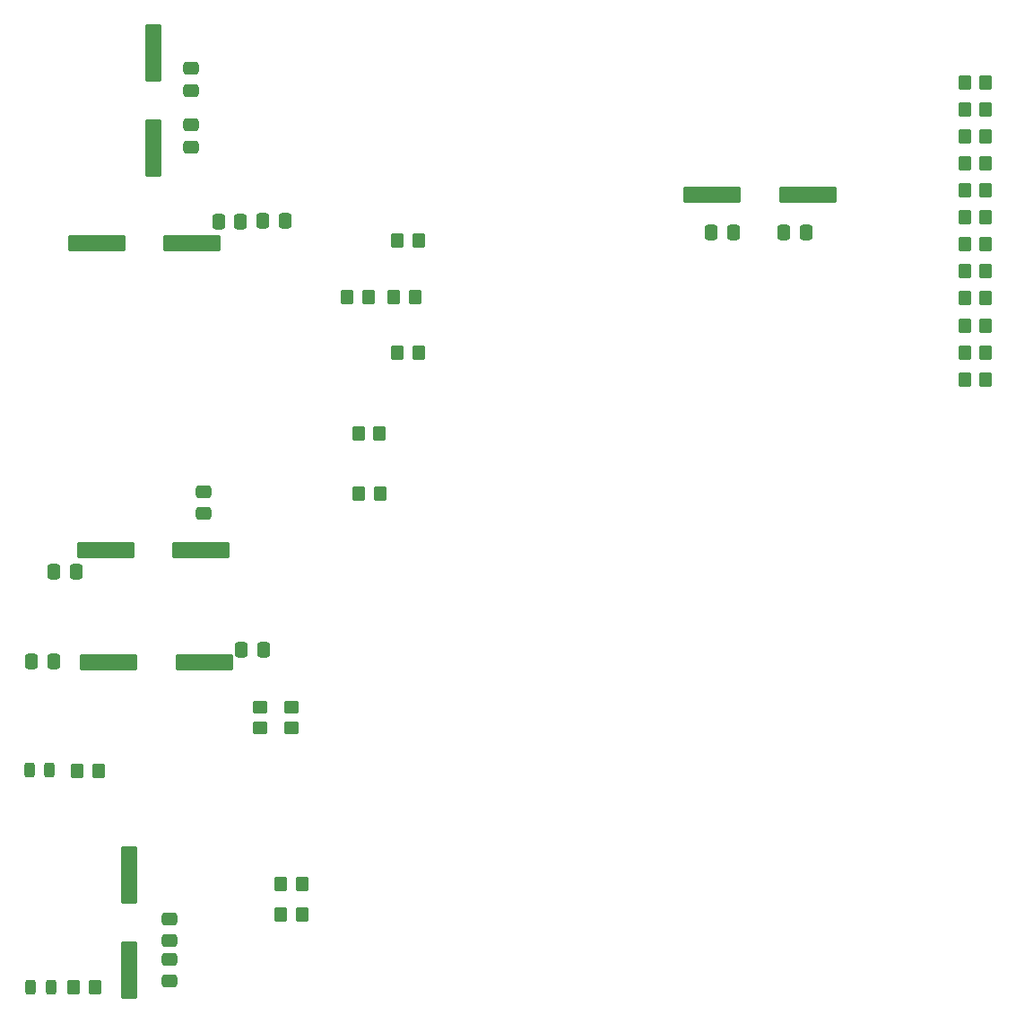
<source format=gbr>
%TF.GenerationSoftware,KiCad,Pcbnew,7.0.7*%
%TF.CreationDate,2023-11-05T16:16:46-05:00*%
%TF.ProjectId,MaisonEtape1,4d616973-6f6e-4457-9461-7065312e6b69,rev?*%
%TF.SameCoordinates,Original*%
%TF.FileFunction,Paste,Bot*%
%TF.FilePolarity,Positive*%
%FSLAX46Y46*%
G04 Gerber Fmt 4.6, Leading zero omitted, Abs format (unit mm)*
G04 Created by KiCad (PCBNEW 7.0.7) date 2023-11-05 16:16:46*
%MOMM*%
%LPD*%
G01*
G04 APERTURE LIST*
G04 Aperture macros list*
%AMRoundRect*
0 Rectangle with rounded corners*
0 $1 Rounding radius*
0 $2 $3 $4 $5 $6 $7 $8 $9 X,Y pos of 4 corners*
0 Add a 4 corners polygon primitive as box body*
4,1,4,$2,$3,$4,$5,$6,$7,$8,$9,$2,$3,0*
0 Add four circle primitives for the rounded corners*
1,1,$1+$1,$2,$3*
1,1,$1+$1,$4,$5*
1,1,$1+$1,$6,$7*
1,1,$1+$1,$8,$9*
0 Add four rect primitives between the rounded corners*
20,1,$1+$1,$2,$3,$4,$5,0*
20,1,$1+$1,$4,$5,$6,$7,0*
20,1,$1+$1,$6,$7,$8,$9,0*
20,1,$1+$1,$8,$9,$2,$3,0*%
G04 Aperture macros list end*
%ADD10RoundRect,0.250000X0.350000X0.450000X-0.350000X0.450000X-0.350000X-0.450000X0.350000X-0.450000X0*%
%ADD11RoundRect,0.250000X-0.350000X-0.450000X0.350000X-0.450000X0.350000X0.450000X-0.350000X0.450000X0*%
%ADD12RoundRect,0.243750X-0.243750X-0.456250X0.243750X-0.456250X0.243750X0.456250X-0.243750X0.456250X0*%
%ADD13RoundRect,0.187500X0.562500X-2.562500X0.562500X2.562500X-0.562500X2.562500X-0.562500X-2.562500X0*%
%ADD14RoundRect,0.187500X2.562500X0.562500X-2.562500X0.562500X-2.562500X-0.562500X2.562500X-0.562500X0*%
%ADD15RoundRect,0.187500X-0.562500X2.562500X-0.562500X-2.562500X0.562500X-2.562500X0.562500X2.562500X0*%
%ADD16RoundRect,0.250000X0.475000X-0.337500X0.475000X0.337500X-0.475000X0.337500X-0.475000X-0.337500X0*%
%ADD17RoundRect,0.250000X-0.450000X0.350000X-0.450000X-0.350000X0.450000X-0.350000X0.450000X0.350000X0*%
%ADD18RoundRect,0.250000X-0.475000X0.337500X-0.475000X-0.337500X0.475000X-0.337500X0.475000X0.337500X0*%
%ADD19RoundRect,0.250000X-0.337500X-0.475000X0.337500X-0.475000X0.337500X0.475000X-0.337500X0.475000X0*%
%ADD20RoundRect,0.250000X0.337500X0.475000X-0.337500X0.475000X-0.337500X-0.475000X0.337500X-0.475000X0*%
G04 APERTURE END LIST*
D10*
%TO.C,R1*%
X121120200Y-126179000D03*
X119120200Y-126179000D03*
%TD*%
D11*
%TO.C,R8*%
X183685000Y-73505500D03*
X185685000Y-73505500D03*
%TD*%
D12*
%TO.C,LED_lum1*%
X95381600Y-115456000D03*
X97256600Y-115456000D03*
%TD*%
D13*
%TO.C,Y_LT1*%
X107061000Y-56820100D03*
X107061000Y-47820100D03*
%TD*%
D11*
%TO.C,R30*%
X129800600Y-70866000D03*
X131800600Y-70866000D03*
%TD*%
D14*
%TO.C,Y_U5*%
X168861500Y-61214000D03*
X159861500Y-61214000D03*
%TD*%
D11*
%TO.C,R32*%
X99899100Y-115501000D03*
X101899100Y-115501000D03*
%TD*%
D10*
%TO.C,R15*%
X132156200Y-65481200D03*
X130156200Y-65481200D03*
%TD*%
D11*
%TO.C,R12*%
X183685000Y-68414500D03*
X185685000Y-68414500D03*
%TD*%
%TO.C,R14*%
X183685000Y-65869100D03*
X185685000Y-65869100D03*
%TD*%
D15*
%TO.C,Y_U4*%
X104775000Y-125366000D03*
X104775000Y-134366000D03*
%TD*%
D14*
%TO.C,Y1*%
X110727000Y-65786000D03*
X101727000Y-65786000D03*
%TD*%
D16*
%TO.C,C10*%
X111810800Y-91258300D03*
X111810800Y-89183300D03*
%TD*%
D17*
%TO.C,R18*%
X117185000Y-109490000D03*
X117185000Y-111490000D03*
%TD*%
D11*
%TO.C,R10*%
X183685000Y-70960000D03*
X185685000Y-70960000D03*
%TD*%
%TO.C,R9*%
X183685000Y-55687300D03*
X185685000Y-55687300D03*
%TD*%
D10*
%TO.C,R31*%
X128447800Y-83667600D03*
X126447800Y-83667600D03*
%TD*%
D18*
%TO.C,C8*%
X110617000Y-54588500D03*
X110617000Y-56663500D03*
%TD*%
D11*
%TO.C,R4*%
X183685000Y-78596400D03*
X185685000Y-78596400D03*
%TD*%
D12*
%TO.C,LED_mtr1*%
X95521600Y-135983400D03*
X97396600Y-135983400D03*
%TD*%
D19*
%TO.C,C11*%
X117449600Y-63677800D03*
X119524600Y-63677800D03*
%TD*%
D20*
%TO.C,C3*%
X97684500Y-105245200D03*
X95609500Y-105245200D03*
%TD*%
D11*
%TO.C,R3*%
X183685000Y-63323600D03*
X185685000Y-63323600D03*
%TD*%
D19*
%TO.C,C5*%
X159768000Y-64770000D03*
X161843000Y-64770000D03*
%TD*%
%TO.C,C4*%
X115421500Y-104089200D03*
X117496500Y-104089200D03*
%TD*%
D11*
%TO.C,R13*%
X183685000Y-50596400D03*
X185685000Y-50596400D03*
%TD*%
D10*
%TO.C,R23*%
X132156200Y-76047600D03*
X130156200Y-76047600D03*
%TD*%
D20*
%TO.C,C9*%
X99767300Y-96748600D03*
X97692300Y-96748600D03*
%TD*%
D11*
%TO.C,R7*%
X183685000Y-58232700D03*
X185685000Y-58232700D03*
%TD*%
%TO.C,R33*%
X99546200Y-135983400D03*
X101546200Y-135983400D03*
%TD*%
D10*
%TO.C,R17*%
X128498600Y-89408000D03*
X126498600Y-89408000D03*
%TD*%
%TO.C,R2*%
X121120200Y-129129000D03*
X119120200Y-129129000D03*
%TD*%
D20*
%TO.C,C6*%
X168722500Y-64770000D03*
X166647500Y-64770000D03*
%TD*%
D14*
%TO.C,Y2*%
X111561000Y-94742000D03*
X102561000Y-94742000D03*
%TD*%
D18*
%TO.C,C1*%
X108585000Y-133307000D03*
X108585000Y-135382000D03*
%TD*%
D17*
%TO.C,R19*%
X120135000Y-109490000D03*
X120135000Y-111490000D03*
%TD*%
D16*
%TO.C,C2*%
X108585000Y-131572000D03*
X108585000Y-129497000D03*
%TD*%
D11*
%TO.C,R6*%
X183685000Y-76050900D03*
X185685000Y-76050900D03*
%TD*%
D20*
%TO.C,C12*%
X115337500Y-63703200D03*
X113262500Y-63703200D03*
%TD*%
D10*
%TO.C,R29*%
X127381000Y-70866000D03*
X125381000Y-70866000D03*
%TD*%
D11*
%TO.C,R11*%
X183685000Y-53141800D03*
X185685000Y-53141800D03*
%TD*%
D14*
%TO.C,Y_U3*%
X111887000Y-105296000D03*
X102887000Y-105296000D03*
%TD*%
D11*
%TO.C,R5*%
X183685000Y-60778200D03*
X185685000Y-60778200D03*
%TD*%
D16*
%TO.C,C7*%
X110617000Y-51329500D03*
X110617000Y-49254500D03*
%TD*%
M02*

</source>
